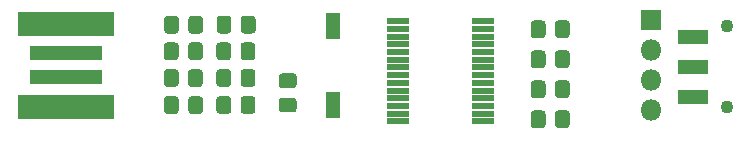
<source format=gbr>
%TF.GenerationSoftware,KiCad,Pcbnew,5.1.6-c6e7f7d~87~ubuntu18.04.1*%
%TF.CreationDate,2020-09-27T02:41:19+01:00*%
%TF.ProjectId,OLED_USB_Stick,4f4c4544-5f55-4534-925f-537469636b2e,rev?*%
%TF.SameCoordinates,Original*%
%TF.FileFunction,Soldermask,Top*%
%TF.FilePolarity,Negative*%
%FSLAX46Y46*%
G04 Gerber Fmt 4.6, Leading zero omitted, Abs format (unit mm)*
G04 Created by KiCad (PCBNEW 5.1.6-c6e7f7d~87~ubuntu18.04.1) date 2020-09-27 02:41:19*
%MOMM*%
%LPD*%
G01*
G04 APERTURE LIST*
%ADD10O,1.800000X1.800000*%
%ADD11R,1.800000X1.800000*%
%ADD12R,1.220000X2.260000*%
%ADD13R,2.600000X1.300000*%
%ADD14C,1.100000*%
%ADD15R,1.850000X0.550000*%
%ADD16R,6.100000X1.300000*%
%ADD17R,8.100000X2.100000*%
G04 APERTURE END LIST*
%TO.C,R3*%
G36*
G01*
X144367200Y-75776562D02*
X144367200Y-74820038D01*
G75*
G02*
X144638938Y-74548300I271738J0D01*
G01*
X145345462Y-74548300D01*
G75*
G02*
X145617200Y-74820038I0J-271738D01*
G01*
X145617200Y-75776562D01*
G75*
G02*
X145345462Y-76048300I-271738J0D01*
G01*
X144638938Y-76048300D01*
G75*
G02*
X144367200Y-75776562I0J271738D01*
G01*
G37*
G36*
G01*
X142317200Y-75776562D02*
X142317200Y-74820038D01*
G75*
G02*
X142588938Y-74548300I271738J0D01*
G01*
X143295462Y-74548300D01*
G75*
G02*
X143567200Y-74820038I0J-271738D01*
G01*
X143567200Y-75776562D01*
G75*
G02*
X143295462Y-76048300I-271738J0D01*
G01*
X142588938Y-76048300D01*
G75*
G02*
X142317200Y-75776562I0J271738D01*
G01*
G37*
%TD*%
%TO.C,D1*%
G36*
G01*
X139109500Y-81627238D02*
X139109500Y-82583762D01*
G75*
G02*
X138837762Y-82855500I-271738J0D01*
G01*
X138131238Y-82855500D01*
G75*
G02*
X137859500Y-82583762I0J271738D01*
G01*
X137859500Y-81627238D01*
G75*
G02*
X138131238Y-81355500I271738J0D01*
G01*
X138837762Y-81355500D01*
G75*
G02*
X139109500Y-81627238I0J-271738D01*
G01*
G37*
G36*
G01*
X141159500Y-81627238D02*
X141159500Y-82583762D01*
G75*
G02*
X140887762Y-82855500I-271738J0D01*
G01*
X140181238Y-82855500D01*
G75*
G02*
X139909500Y-82583762I0J271738D01*
G01*
X139909500Y-81627238D01*
G75*
G02*
X140181238Y-81355500I271738J0D01*
G01*
X140887762Y-81355500D01*
G75*
G02*
X141159500Y-81627238I0J-271738D01*
G01*
G37*
%TD*%
%TO.C,R1*%
G36*
G01*
X144354500Y-82583762D02*
X144354500Y-81627238D01*
G75*
G02*
X144626238Y-81355500I271738J0D01*
G01*
X145332762Y-81355500D01*
G75*
G02*
X145604500Y-81627238I0J-271738D01*
G01*
X145604500Y-82583762D01*
G75*
G02*
X145332762Y-82855500I-271738J0D01*
G01*
X144626238Y-82855500D01*
G75*
G02*
X144354500Y-82583762I0J271738D01*
G01*
G37*
G36*
G01*
X142304500Y-82583762D02*
X142304500Y-81627238D01*
G75*
G02*
X142576238Y-81355500I271738J0D01*
G01*
X143282762Y-81355500D01*
G75*
G02*
X143554500Y-81627238I0J-271738D01*
G01*
X143554500Y-82583762D01*
G75*
G02*
X143282762Y-82855500I-271738J0D01*
G01*
X142576238Y-82855500D01*
G75*
G02*
X142304500Y-82583762I0J271738D01*
G01*
G37*
%TD*%
%TO.C,R4*%
G36*
G01*
X144341800Y-78037162D02*
X144341800Y-77080638D01*
G75*
G02*
X144613538Y-76808900I271738J0D01*
G01*
X145320062Y-76808900D01*
G75*
G02*
X145591800Y-77080638I0J-271738D01*
G01*
X145591800Y-78037162D01*
G75*
G02*
X145320062Y-78308900I-271738J0D01*
G01*
X144613538Y-78308900D01*
G75*
G02*
X144341800Y-78037162I0J271738D01*
G01*
G37*
G36*
G01*
X142291800Y-78037162D02*
X142291800Y-77080638D01*
G75*
G02*
X142563538Y-76808900I271738J0D01*
G01*
X143270062Y-76808900D01*
G75*
G02*
X143541800Y-77080638I0J-271738D01*
G01*
X143541800Y-78037162D01*
G75*
G02*
X143270062Y-78308900I-271738J0D01*
G01*
X142563538Y-78308900D01*
G75*
G02*
X142291800Y-78037162I0J271738D01*
G01*
G37*
%TD*%
%TO.C,R2*%
G36*
G01*
X144341800Y-80297762D02*
X144341800Y-79341238D01*
G75*
G02*
X144613538Y-79069500I271738J0D01*
G01*
X145320062Y-79069500D01*
G75*
G02*
X145591800Y-79341238I0J-271738D01*
G01*
X145591800Y-80297762D01*
G75*
G02*
X145320062Y-80569500I-271738J0D01*
G01*
X144613538Y-80569500D01*
G75*
G02*
X144341800Y-80297762I0J271738D01*
G01*
G37*
G36*
G01*
X142291800Y-80297762D02*
X142291800Y-79341238D01*
G75*
G02*
X142563538Y-79069500I271738J0D01*
G01*
X143270062Y-79069500D01*
G75*
G02*
X143541800Y-79341238I0J-271738D01*
G01*
X143541800Y-80297762D01*
G75*
G02*
X143270062Y-80569500I-271738J0D01*
G01*
X142563538Y-80569500D01*
G75*
G02*
X142291800Y-80297762I0J271738D01*
G01*
G37*
%TD*%
D10*
%TO.C,J3*%
X179070000Y-82550000D03*
X179070000Y-80010000D03*
X179070000Y-77470000D03*
D11*
X179070000Y-74930000D03*
%TD*%
D12*
%TO.C,SW2*%
X152171400Y-82105000D03*
X152171400Y-75375000D03*
%TD*%
D13*
%TO.C,SW1*%
X182676800Y-76301600D03*
X182676800Y-78841600D03*
D14*
X185521600Y-75412600D03*
X185521600Y-82270600D03*
D13*
X182676800Y-81381600D03*
%TD*%
%TO.C,D4*%
G36*
G01*
X139096800Y-77080638D02*
X139096800Y-78037162D01*
G75*
G02*
X138825062Y-78308900I-271738J0D01*
G01*
X138118538Y-78308900D01*
G75*
G02*
X137846800Y-78037162I0J271738D01*
G01*
X137846800Y-77080638D01*
G75*
G02*
X138118538Y-76808900I271738J0D01*
G01*
X138825062Y-76808900D01*
G75*
G02*
X139096800Y-77080638I0J-271738D01*
G01*
G37*
G36*
G01*
X141146800Y-77080638D02*
X141146800Y-78037162D01*
G75*
G02*
X140875062Y-78308900I-271738J0D01*
G01*
X140168538Y-78308900D01*
G75*
G02*
X139896800Y-78037162I0J271738D01*
G01*
X139896800Y-77080638D01*
G75*
G02*
X140168538Y-76808900I271738J0D01*
G01*
X140875062Y-76808900D01*
G75*
G02*
X141146800Y-77080638I0J-271738D01*
G01*
G37*
%TD*%
%TO.C,C10*%
G36*
G01*
X148814262Y-80676800D02*
X147857738Y-80676800D01*
G75*
G02*
X147586000Y-80405062I0J271738D01*
G01*
X147586000Y-79698538D01*
G75*
G02*
X147857738Y-79426800I271738J0D01*
G01*
X148814262Y-79426800D01*
G75*
G02*
X149086000Y-79698538I0J-271738D01*
G01*
X149086000Y-80405062D01*
G75*
G02*
X148814262Y-80676800I-271738J0D01*
G01*
G37*
G36*
G01*
X148814262Y-82726800D02*
X147857738Y-82726800D01*
G75*
G02*
X147586000Y-82455062I0J271738D01*
G01*
X147586000Y-81748538D01*
G75*
G02*
X147857738Y-81476800I271738J0D01*
G01*
X148814262Y-81476800D01*
G75*
G02*
X149086000Y-81748538I0J-271738D01*
G01*
X149086000Y-82455062D01*
G75*
G02*
X148814262Y-82726800I-271738J0D01*
G01*
G37*
%TD*%
D15*
%TO.C,U1*%
X157690000Y-83473000D03*
X157690000Y-82823000D03*
X157690000Y-82173000D03*
X157690000Y-81523000D03*
X157690000Y-80873000D03*
X157690000Y-80223000D03*
X157690000Y-79573000D03*
X157690000Y-78923000D03*
X157690000Y-78273000D03*
X157690000Y-77623000D03*
X157690000Y-76973000D03*
X157690000Y-76323000D03*
X157690000Y-75673000D03*
X157690000Y-75023000D03*
X164890000Y-75023000D03*
X164890000Y-75673000D03*
X164890000Y-76323000D03*
X164890000Y-76973000D03*
X164890000Y-77623000D03*
X164890000Y-78273000D03*
X164890000Y-78923000D03*
X164890000Y-79573000D03*
X164890000Y-80223000D03*
X164890000Y-80873000D03*
X164890000Y-81523000D03*
X164890000Y-82173000D03*
X164890000Y-82823000D03*
X164890000Y-83473000D03*
%TD*%
D16*
%TO.C,J1*%
X129540000Y-77724000D03*
X129540000Y-79756000D03*
D17*
X129540000Y-75247500D03*
X129540000Y-82232500D03*
%TD*%
%TO.C,D3*%
G36*
G01*
X139122200Y-74832738D02*
X139122200Y-75789262D01*
G75*
G02*
X138850462Y-76061000I-271738J0D01*
G01*
X138143938Y-76061000D01*
G75*
G02*
X137872200Y-75789262I0J271738D01*
G01*
X137872200Y-74832738D01*
G75*
G02*
X138143938Y-74561000I271738J0D01*
G01*
X138850462Y-74561000D01*
G75*
G02*
X139122200Y-74832738I0J-271738D01*
G01*
G37*
G36*
G01*
X141172200Y-74832738D02*
X141172200Y-75789262D01*
G75*
G02*
X140900462Y-76061000I-271738J0D01*
G01*
X140193938Y-76061000D01*
G75*
G02*
X139922200Y-75789262I0J271738D01*
G01*
X139922200Y-74832738D01*
G75*
G02*
X140193938Y-74561000I271738J0D01*
G01*
X140900462Y-74561000D01*
G75*
G02*
X141172200Y-74832738I0J-271738D01*
G01*
G37*
%TD*%
%TO.C,D2*%
G36*
G01*
X139096800Y-79341238D02*
X139096800Y-80297762D01*
G75*
G02*
X138825062Y-80569500I-271738J0D01*
G01*
X138118538Y-80569500D01*
G75*
G02*
X137846800Y-80297762I0J271738D01*
G01*
X137846800Y-79341238D01*
G75*
G02*
X138118538Y-79069500I271738J0D01*
G01*
X138825062Y-79069500D01*
G75*
G02*
X139096800Y-79341238I0J-271738D01*
G01*
G37*
G36*
G01*
X141146800Y-79341238D02*
X141146800Y-80297762D01*
G75*
G02*
X140875062Y-80569500I-271738J0D01*
G01*
X140168538Y-80569500D01*
G75*
G02*
X139896800Y-80297762I0J271738D01*
G01*
X139896800Y-79341238D01*
G75*
G02*
X140168538Y-79069500I271738J0D01*
G01*
X140875062Y-79069500D01*
G75*
G02*
X141146800Y-79341238I0J-271738D01*
G01*
G37*
%TD*%
%TO.C,C9*%
G36*
G01*
X170961000Y-78710262D02*
X170961000Y-77753738D01*
G75*
G02*
X171232738Y-77482000I271738J0D01*
G01*
X171939262Y-77482000D01*
G75*
G02*
X172211000Y-77753738I0J-271738D01*
G01*
X172211000Y-78710262D01*
G75*
G02*
X171939262Y-78982000I-271738J0D01*
G01*
X171232738Y-78982000D01*
G75*
G02*
X170961000Y-78710262I0J271738D01*
G01*
G37*
G36*
G01*
X168911000Y-78710262D02*
X168911000Y-77753738D01*
G75*
G02*
X169182738Y-77482000I271738J0D01*
G01*
X169889262Y-77482000D01*
G75*
G02*
X170161000Y-77753738I0J-271738D01*
G01*
X170161000Y-78710262D01*
G75*
G02*
X169889262Y-78982000I-271738J0D01*
G01*
X169182738Y-78982000D01*
G75*
G02*
X168911000Y-78710262I0J271738D01*
G01*
G37*
%TD*%
%TO.C,C7*%
G36*
G01*
X170961000Y-83790262D02*
X170961000Y-82833738D01*
G75*
G02*
X171232738Y-82562000I271738J0D01*
G01*
X171939262Y-82562000D01*
G75*
G02*
X172211000Y-82833738I0J-271738D01*
G01*
X172211000Y-83790262D01*
G75*
G02*
X171939262Y-84062000I-271738J0D01*
G01*
X171232738Y-84062000D01*
G75*
G02*
X170961000Y-83790262I0J271738D01*
G01*
G37*
G36*
G01*
X168911000Y-83790262D02*
X168911000Y-82833738D01*
G75*
G02*
X169182738Y-82562000I271738J0D01*
G01*
X169889262Y-82562000D01*
G75*
G02*
X170161000Y-82833738I0J-271738D01*
G01*
X170161000Y-83790262D01*
G75*
G02*
X169889262Y-84062000I-271738J0D01*
G01*
X169182738Y-84062000D01*
G75*
G02*
X168911000Y-83790262I0J271738D01*
G01*
G37*
%TD*%
%TO.C,C6*%
G36*
G01*
X170961000Y-76170262D02*
X170961000Y-75213738D01*
G75*
G02*
X171232738Y-74942000I271738J0D01*
G01*
X171939262Y-74942000D01*
G75*
G02*
X172211000Y-75213738I0J-271738D01*
G01*
X172211000Y-76170262D01*
G75*
G02*
X171939262Y-76442000I-271738J0D01*
G01*
X171232738Y-76442000D01*
G75*
G02*
X170961000Y-76170262I0J271738D01*
G01*
G37*
G36*
G01*
X168911000Y-76170262D02*
X168911000Y-75213738D01*
G75*
G02*
X169182738Y-74942000I271738J0D01*
G01*
X169889262Y-74942000D01*
G75*
G02*
X170161000Y-75213738I0J-271738D01*
G01*
X170161000Y-76170262D01*
G75*
G02*
X169889262Y-76442000I-271738J0D01*
G01*
X169182738Y-76442000D01*
G75*
G02*
X168911000Y-76170262I0J271738D01*
G01*
G37*
%TD*%
%TO.C,C4*%
G36*
G01*
X170961000Y-81250262D02*
X170961000Y-80293738D01*
G75*
G02*
X171232738Y-80022000I271738J0D01*
G01*
X171939262Y-80022000D01*
G75*
G02*
X172211000Y-80293738I0J-271738D01*
G01*
X172211000Y-81250262D01*
G75*
G02*
X171939262Y-81522000I-271738J0D01*
G01*
X171232738Y-81522000D01*
G75*
G02*
X170961000Y-81250262I0J271738D01*
G01*
G37*
G36*
G01*
X168911000Y-81250262D02*
X168911000Y-80293738D01*
G75*
G02*
X169182738Y-80022000I271738J0D01*
G01*
X169889262Y-80022000D01*
G75*
G02*
X170161000Y-80293738I0J-271738D01*
G01*
X170161000Y-81250262D01*
G75*
G02*
X169889262Y-81522000I-271738J0D01*
G01*
X169182738Y-81522000D01*
G75*
G02*
X168911000Y-81250262I0J271738D01*
G01*
G37*
%TD*%
M02*

</source>
